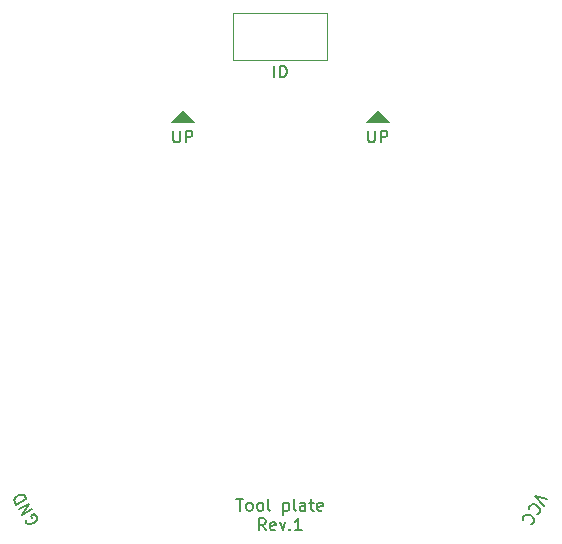
<source format=gto>
G04 #@! TF.GenerationSoftware,KiCad,Pcbnew,5.1.9+dfsg1-1+deb11u1*
G04 #@! TF.CreationDate,2024-03-16T20:12:57+09:00*
G04 #@! TF.ProjectId,outer,6f757465-722e-46b6-9963-61645f706362,rev?*
G04 #@! TF.SameCoordinates,Original*
G04 #@! TF.FileFunction,Legend,Top*
G04 #@! TF.FilePolarity,Positive*
%FSLAX46Y46*%
G04 Gerber Fmt 4.6, Leading zero omitted, Abs format (unit mm)*
G04 Created by KiCad (PCBNEW 5.1.9+dfsg1-1+deb11u1) date 2024-03-16 20:12:57*
%MOMM*%
%LPD*%
G01*
G04 APERTURE LIST*
%ADD10C,0.120000*%
%ADD11C,0.150000*%
%ADD12C,0.100000*%
G04 APERTURE END LIST*
D10*
X116000000Y-61500000D02*
X116000000Y-57500000D01*
X124000000Y-61500000D02*
X116000000Y-61500000D01*
X124000000Y-57500000D02*
X124000000Y-61500000D01*
X116000000Y-57500000D02*
X124000000Y-57500000D01*
D11*
X119500000Y-62952380D02*
X119500000Y-61952380D01*
X119976190Y-62952380D02*
X119976190Y-61952380D01*
X120214285Y-61952380D01*
X120357142Y-62000000D01*
X120452380Y-62095238D01*
X120500000Y-62190476D01*
X120547619Y-62380952D01*
X120547619Y-62523809D01*
X120500000Y-62714285D01*
X120452380Y-62809523D01*
X120357142Y-62904761D01*
X120214285Y-62952380D01*
X119976190Y-62952380D01*
D12*
G36*
X112750000Y-66750000D02*
G01*
X110750000Y-66750000D01*
X111750000Y-65750000D01*
X112750000Y-66750000D01*
G37*
X112750000Y-66750000D02*
X110750000Y-66750000D01*
X111750000Y-65750000D01*
X112750000Y-66750000D01*
G36*
X129250000Y-66750000D02*
G01*
X127250000Y-66750000D01*
X128250000Y-65750000D01*
X129250000Y-66750000D01*
G37*
X129250000Y-66750000D02*
X127250000Y-66750000D01*
X128250000Y-65750000D01*
X129250000Y-66750000D01*
D11*
X127464285Y-67452380D02*
X127464285Y-68261904D01*
X127511904Y-68357142D01*
X127559523Y-68404761D01*
X127654761Y-68452380D01*
X127845238Y-68452380D01*
X127940476Y-68404761D01*
X127988095Y-68357142D01*
X128035714Y-68261904D01*
X128035714Y-67452380D01*
X128511904Y-68452380D02*
X128511904Y-67452380D01*
X128892857Y-67452380D01*
X128988095Y-67500000D01*
X129035714Y-67547619D01*
X129083333Y-67642857D01*
X129083333Y-67785714D01*
X129035714Y-67880952D01*
X128988095Y-67928571D01*
X128892857Y-67976190D01*
X128511904Y-67976190D01*
X116285714Y-98627380D02*
X116857142Y-98627380D01*
X116571428Y-99627380D02*
X116571428Y-98627380D01*
X117333333Y-99627380D02*
X117238095Y-99579761D01*
X117190476Y-99532142D01*
X117142857Y-99436904D01*
X117142857Y-99151190D01*
X117190476Y-99055952D01*
X117238095Y-99008333D01*
X117333333Y-98960714D01*
X117476190Y-98960714D01*
X117571428Y-99008333D01*
X117619047Y-99055952D01*
X117666666Y-99151190D01*
X117666666Y-99436904D01*
X117619047Y-99532142D01*
X117571428Y-99579761D01*
X117476190Y-99627380D01*
X117333333Y-99627380D01*
X118238095Y-99627380D02*
X118142857Y-99579761D01*
X118095238Y-99532142D01*
X118047619Y-99436904D01*
X118047619Y-99151190D01*
X118095238Y-99055952D01*
X118142857Y-99008333D01*
X118238095Y-98960714D01*
X118380952Y-98960714D01*
X118476190Y-99008333D01*
X118523809Y-99055952D01*
X118571428Y-99151190D01*
X118571428Y-99436904D01*
X118523809Y-99532142D01*
X118476190Y-99579761D01*
X118380952Y-99627380D01*
X118238095Y-99627380D01*
X119142857Y-99627380D02*
X119047619Y-99579761D01*
X119000000Y-99484523D01*
X119000000Y-98627380D01*
X120285714Y-98960714D02*
X120285714Y-99960714D01*
X120285714Y-99008333D02*
X120380952Y-98960714D01*
X120571428Y-98960714D01*
X120666666Y-99008333D01*
X120714285Y-99055952D01*
X120761904Y-99151190D01*
X120761904Y-99436904D01*
X120714285Y-99532142D01*
X120666666Y-99579761D01*
X120571428Y-99627380D01*
X120380952Y-99627380D01*
X120285714Y-99579761D01*
X121333333Y-99627380D02*
X121238095Y-99579761D01*
X121190476Y-99484523D01*
X121190476Y-98627380D01*
X122142857Y-99627380D02*
X122142857Y-99103571D01*
X122095238Y-99008333D01*
X122000000Y-98960714D01*
X121809523Y-98960714D01*
X121714285Y-99008333D01*
X122142857Y-99579761D02*
X122047619Y-99627380D01*
X121809523Y-99627380D01*
X121714285Y-99579761D01*
X121666666Y-99484523D01*
X121666666Y-99389285D01*
X121714285Y-99294047D01*
X121809523Y-99246428D01*
X122047619Y-99246428D01*
X122142857Y-99198809D01*
X122476190Y-98960714D02*
X122857142Y-98960714D01*
X122619047Y-98627380D02*
X122619047Y-99484523D01*
X122666666Y-99579761D01*
X122761904Y-99627380D01*
X122857142Y-99627380D01*
X123571428Y-99579761D02*
X123476190Y-99627380D01*
X123285714Y-99627380D01*
X123190476Y-99579761D01*
X123142857Y-99484523D01*
X123142857Y-99103571D01*
X123190476Y-99008333D01*
X123285714Y-98960714D01*
X123476190Y-98960714D01*
X123571428Y-99008333D01*
X123619047Y-99103571D01*
X123619047Y-99198809D01*
X123142857Y-99294047D01*
X118785714Y-101277380D02*
X118452380Y-100801190D01*
X118214285Y-101277380D02*
X118214285Y-100277380D01*
X118595238Y-100277380D01*
X118690476Y-100325000D01*
X118738095Y-100372619D01*
X118785714Y-100467857D01*
X118785714Y-100610714D01*
X118738095Y-100705952D01*
X118690476Y-100753571D01*
X118595238Y-100801190D01*
X118214285Y-100801190D01*
X119595238Y-101229761D02*
X119500000Y-101277380D01*
X119309523Y-101277380D01*
X119214285Y-101229761D01*
X119166666Y-101134523D01*
X119166666Y-100753571D01*
X119214285Y-100658333D01*
X119309523Y-100610714D01*
X119500000Y-100610714D01*
X119595238Y-100658333D01*
X119642857Y-100753571D01*
X119642857Y-100848809D01*
X119166666Y-100944047D01*
X119976190Y-100610714D02*
X120214285Y-101277380D01*
X120452380Y-100610714D01*
X120833333Y-101182142D02*
X120880952Y-101229761D01*
X120833333Y-101277380D01*
X120785714Y-101229761D01*
X120833333Y-101182142D01*
X120833333Y-101277380D01*
X121833333Y-101277380D02*
X121261904Y-101277380D01*
X121547619Y-101277380D02*
X121547619Y-100277380D01*
X121452380Y-100420238D01*
X121357142Y-100515476D01*
X121261904Y-100563095D01*
X142640918Y-98619108D02*
X141608226Y-98407784D01*
X142307585Y-99196459D01*
X141071657Y-99527625D02*
X141054227Y-99462576D01*
X141084417Y-99315048D01*
X141132036Y-99232570D01*
X141244704Y-99132661D01*
X141374801Y-99097802D01*
X141481089Y-99104182D01*
X141669856Y-99158180D01*
X141793574Y-99229609D01*
X141934722Y-99366086D01*
X141993391Y-99454945D01*
X142028250Y-99585042D01*
X141998061Y-99732570D01*
X141950442Y-99815048D01*
X141837774Y-99914957D01*
X141772725Y-99932387D01*
X140571657Y-100393650D02*
X140554227Y-100328601D01*
X140584417Y-100181074D01*
X140632036Y-100098595D01*
X140744704Y-99998687D01*
X140874801Y-99963827D01*
X140981089Y-99970207D01*
X141169856Y-100024206D01*
X141293574Y-100095634D01*
X141434722Y-100232112D01*
X141493391Y-100320970D01*
X141528250Y-100451068D01*
X141498061Y-100598595D01*
X141450442Y-100681074D01*
X141337774Y-100780982D01*
X141272725Y-100798412D01*
X98447939Y-100409828D02*
X98454319Y-100516117D01*
X98525747Y-100639834D01*
X98638415Y-100739743D01*
X98768513Y-100774602D01*
X98874801Y-100768223D01*
X99063568Y-100714224D01*
X99187286Y-100642795D01*
X99328434Y-100506318D01*
X99387103Y-100417460D01*
X99421962Y-100287362D01*
X99391773Y-100139834D01*
X99344154Y-100057356D01*
X99231486Y-99957447D01*
X99166437Y-99940018D01*
X98877762Y-100106684D01*
X98973000Y-100271642D01*
X99034630Y-99521245D02*
X98168605Y-100021245D01*
X98748916Y-99026373D01*
X97882890Y-99526373D01*
X98510821Y-98613980D02*
X97644795Y-99113980D01*
X97525747Y-98907784D01*
X97495558Y-98760256D01*
X97530418Y-98630159D01*
X97589087Y-98541300D01*
X97730235Y-98404823D01*
X97853952Y-98333394D01*
X98042719Y-98279395D01*
X98149007Y-98273016D01*
X98279105Y-98307875D01*
X98391773Y-98407784D01*
X98510821Y-98613980D01*
X110964285Y-67452380D02*
X110964285Y-68261904D01*
X111011904Y-68357142D01*
X111059523Y-68404761D01*
X111154761Y-68452380D01*
X111345238Y-68452380D01*
X111440476Y-68404761D01*
X111488095Y-68357142D01*
X111535714Y-68261904D01*
X111535714Y-67452380D01*
X112011904Y-68452380D02*
X112011904Y-67452380D01*
X112392857Y-67452380D01*
X112488095Y-67500000D01*
X112535714Y-67547619D01*
X112583333Y-67642857D01*
X112583333Y-67785714D01*
X112535714Y-67880952D01*
X112488095Y-67928571D01*
X112392857Y-67976190D01*
X112011904Y-67976190D01*
%LPC*%
M02*

</source>
